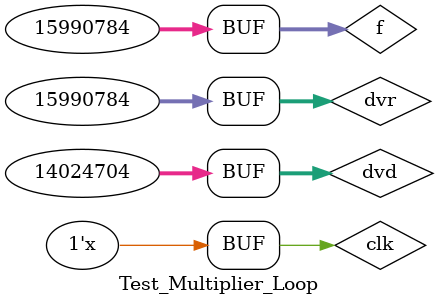
<source format=sv>
`timescale 1ns / 1ps


module Test_Multiplier_Loop (
    );

    parameter Word_length = 32;
    parameter fractional_bits = 24;

    reg clk = 0;
    reg [Word_length-1:0] dvr;
    reg [Word_length-1:0] dvd;
    reg [Word_length-1:0] f;
    reg [Word_length-1:0] result;
    reg [Word_length-1:0] presult;
    reg [Word_length-1:0] perror;
    reg done;


Multiply_Loop #(.Word_length(Word_length),.fractional_bits(fractional_bits)) ML (
        clk,
        dvr,
        dvd,
        f,
        result,
        done,
        presult,
        perror
);


  always
    #50 clk = !clk;

  initial
    begin
    #5;
      dvd = {1'b0,7'd0,8'b11010110,16'b0}; //'
      dvr = {1'b0,7'd0,6'b111101,18'b0}; //'
      //dvd = dvd >> 7;
      //dvr = dvr >> 7;
      f   = dvr ;
    end


endmodule

</source>
